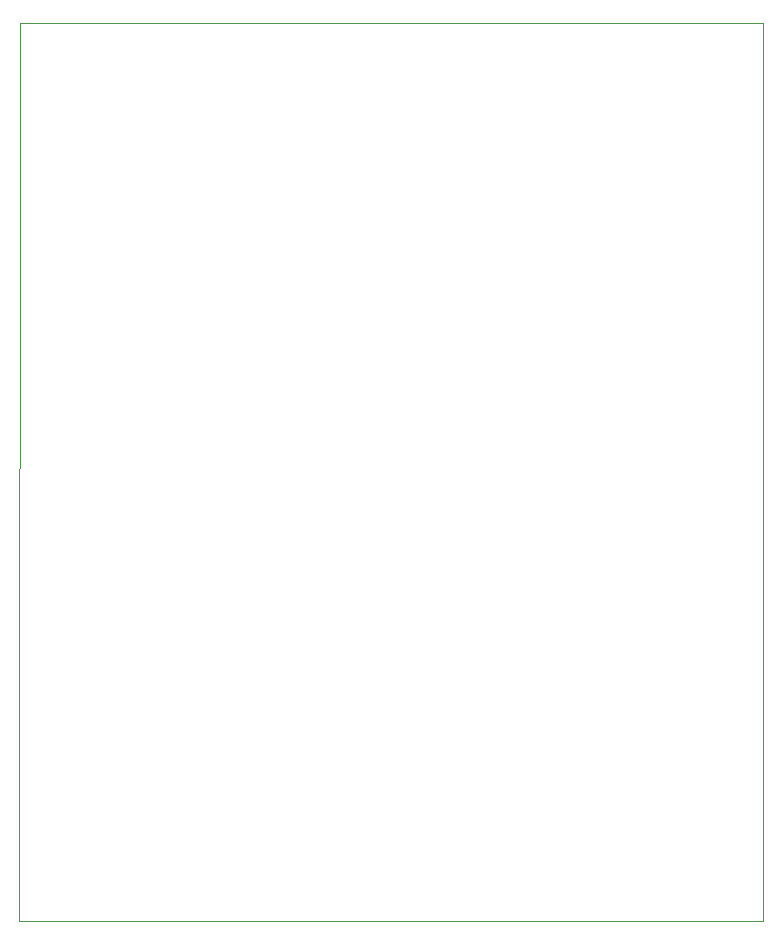
<source format=gbr>
%TF.GenerationSoftware,KiCad,Pcbnew,(6.0.10)*%
%TF.CreationDate,2023-04-08T10:37:50-05:00*%
%TF.ProjectId,AkaiFireSequener,416b6169-4669-4726-9553-657175656e65,rev?*%
%TF.SameCoordinates,Original*%
%TF.FileFunction,Profile,NP*%
%FSLAX46Y46*%
G04 Gerber Fmt 4.6, Leading zero omitted, Abs format (unit mm)*
G04 Created by KiCad (PCBNEW (6.0.10)) date 2023-04-08 10:37:50*
%MOMM*%
%LPD*%
G01*
G04 APERTURE LIST*
%TA.AperFunction,Profile*%
%ADD10C,0.100000*%
%TD*%
G04 APERTURE END LIST*
D10*
X148400000Y-152800000D02*
X85400000Y-152800000D01*
X148400000Y-76800000D02*
X148400000Y-152800000D01*
X85500000Y-76800000D02*
X148400000Y-76800000D01*
X85400000Y-152800000D02*
X85500000Y-76800000D01*
M02*

</source>
